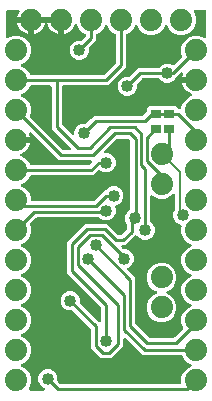
<source format=gbr>
G04 EAGLE Gerber RS-274X export*
G75*
%MOMM*%
%FSLAX34Y34*%
%LPD*%
%INBottom Copper*%
%IPPOS*%
%AMOC8*
5,1,8,0,0,1.08239X$1,22.5*%
G01*
%ADD10C,1.879600*%
%ADD11R,0.900000X0.700000*%
%ADD12C,1.016000*%
%ADD13C,0.254000*%
%ADD14C,0.203200*%

G36*
X35730Y4073D02*
X35730Y4073D01*
X35800Y4072D01*
X35888Y4093D01*
X35977Y4105D01*
X36042Y4130D01*
X36109Y4147D01*
X36189Y4189D01*
X36272Y4222D01*
X36329Y4263D01*
X36391Y4295D01*
X36457Y4356D01*
X36530Y4408D01*
X36574Y4462D01*
X36626Y4509D01*
X36675Y4584D01*
X36733Y4653D01*
X36762Y4717D01*
X36801Y4775D01*
X36830Y4860D01*
X36868Y4941D01*
X36881Y5010D01*
X36904Y5076D01*
X36911Y5165D01*
X36928Y5253D01*
X36923Y5323D01*
X36929Y5393D01*
X36914Y5481D01*
X36908Y5571D01*
X36887Y5637D01*
X36875Y5706D01*
X36838Y5788D01*
X36810Y5873D01*
X36773Y5932D01*
X36744Y5996D01*
X36688Y6066D01*
X36640Y6142D01*
X36589Y6190D01*
X36545Y6244D01*
X36474Y6298D01*
X36408Y6360D01*
X36347Y6394D01*
X36291Y6436D01*
X36147Y6507D01*
X34765Y7079D01*
X32479Y9365D01*
X31241Y12353D01*
X31241Y15587D01*
X32479Y18575D01*
X34765Y20861D01*
X37753Y22099D01*
X40987Y22099D01*
X43975Y20861D01*
X46261Y18575D01*
X47499Y15587D01*
X47499Y12475D01*
X47511Y12376D01*
X47514Y12277D01*
X47531Y12219D01*
X47539Y12159D01*
X47575Y12067D01*
X47603Y11972D01*
X47633Y11920D01*
X47656Y11863D01*
X47714Y11783D01*
X47764Y11698D01*
X47830Y11623D01*
X47842Y11606D01*
X47852Y11598D01*
X47870Y11577D01*
X49677Y9770D01*
X49755Y9710D01*
X49828Y9642D01*
X49881Y9613D01*
X49928Y9576D01*
X50019Y9536D01*
X50106Y9488D01*
X50165Y9473D01*
X50220Y9449D01*
X50318Y9434D01*
X50414Y9409D01*
X50514Y9403D01*
X50534Y9399D01*
X50547Y9401D01*
X50575Y9399D01*
X151384Y9399D01*
X151502Y9414D01*
X151621Y9421D01*
X151659Y9434D01*
X151700Y9439D01*
X151810Y9482D01*
X151923Y9519D01*
X151958Y9541D01*
X151995Y9556D01*
X152091Y9625D01*
X152192Y9689D01*
X152220Y9719D01*
X152253Y9742D01*
X152329Y9834D01*
X152410Y9921D01*
X152430Y9956D01*
X152455Y9987D01*
X152506Y10095D01*
X152564Y10199D01*
X152574Y10239D01*
X152591Y10275D01*
X152613Y10392D01*
X152643Y10507D01*
X152647Y10567D01*
X152651Y10587D01*
X152649Y10608D01*
X152653Y10668D01*
X152653Y15176D01*
X154548Y19750D01*
X158050Y23252D01*
X160405Y24227D01*
X160525Y24296D01*
X160648Y24361D01*
X160663Y24375D01*
X160681Y24385D01*
X160781Y24482D01*
X160884Y24575D01*
X160895Y24592D01*
X160909Y24606D01*
X160982Y24725D01*
X161058Y24841D01*
X161065Y24860D01*
X161076Y24877D01*
X161116Y25010D01*
X161162Y25142D01*
X161163Y25162D01*
X161169Y25181D01*
X161176Y25320D01*
X161187Y25459D01*
X161183Y25479D01*
X161184Y25499D01*
X161156Y25635D01*
X161132Y25772D01*
X161124Y25791D01*
X161120Y25810D01*
X161059Y25936D01*
X161002Y26062D01*
X160989Y26078D01*
X160980Y26096D01*
X160890Y26202D01*
X160803Y26310D01*
X160787Y26323D01*
X160774Y26338D01*
X160660Y26418D01*
X160549Y26502D01*
X160524Y26514D01*
X160514Y26521D01*
X160495Y26528D01*
X160405Y26573D01*
X158050Y27548D01*
X154548Y31050D01*
X153741Y32998D01*
X153727Y33023D01*
X153717Y33051D01*
X153648Y33161D01*
X153584Y33274D01*
X153563Y33295D01*
X153547Y33320D01*
X153453Y33409D01*
X153362Y33502D01*
X153337Y33518D01*
X153316Y33538D01*
X153202Y33601D01*
X153091Y33669D01*
X153063Y33677D01*
X153037Y33692D01*
X152911Y33724D01*
X152787Y33762D01*
X152758Y33764D01*
X152729Y33771D01*
X152569Y33781D01*
X120131Y33781D01*
X117230Y36683D01*
X105545Y48367D01*
X105436Y48452D01*
X105329Y48541D01*
X105310Y48549D01*
X105294Y48562D01*
X105166Y48617D01*
X105041Y48676D01*
X105021Y48680D01*
X105002Y48688D01*
X104864Y48710D01*
X104728Y48736D01*
X104708Y48735D01*
X104688Y48738D01*
X104549Y48725D01*
X104411Y48716D01*
X104392Y48710D01*
X104372Y48708D01*
X104240Y48661D01*
X104109Y48618D01*
X104091Y48608D01*
X104072Y48601D01*
X103957Y48523D01*
X103840Y48448D01*
X103826Y48433D01*
X103809Y48422D01*
X103717Y48318D01*
X103622Y48217D01*
X103612Y48199D01*
X103599Y48184D01*
X103535Y48060D01*
X103468Y47938D01*
X103463Y47918D01*
X103454Y47900D01*
X103424Y47765D01*
X103389Y47630D01*
X103387Y47602D01*
X103384Y47590D01*
X103385Y47570D01*
X103379Y47469D01*
X103379Y41391D01*
X93229Y31241D01*
X84571Y31241D01*
X75691Y40121D01*
X75691Y56105D01*
X75679Y56204D01*
X75676Y56303D01*
X75670Y56322D01*
X75669Y56341D01*
X75657Y56378D01*
X75651Y56421D01*
X75615Y56513D01*
X75587Y56608D01*
X75576Y56627D01*
X75571Y56643D01*
X75551Y56675D01*
X75534Y56717D01*
X75476Y56797D01*
X75426Y56882D01*
X75404Y56907D01*
X75401Y56912D01*
X75393Y56919D01*
X75360Y56957D01*
X75348Y56974D01*
X75338Y56982D01*
X75320Y57003D01*
X60813Y71510D01*
X60735Y71570D01*
X60662Y71638D01*
X60609Y71667D01*
X60562Y71704D01*
X60471Y71744D01*
X60384Y71792D01*
X60325Y71807D01*
X60270Y71831D01*
X60172Y71846D01*
X60076Y71871D01*
X59976Y71877D01*
X59956Y71881D01*
X59943Y71879D01*
X59915Y71881D01*
X56803Y71881D01*
X53815Y73119D01*
X51529Y75405D01*
X50291Y78393D01*
X50291Y81627D01*
X51529Y84615D01*
X53815Y86901D01*
X56803Y88139D01*
X60037Y88139D01*
X63025Y86901D01*
X65311Y84615D01*
X66549Y81627D01*
X66549Y78515D01*
X66561Y78416D01*
X66564Y78317D01*
X66581Y78259D01*
X66589Y78199D01*
X66625Y78107D01*
X66653Y78012D01*
X66683Y77960D01*
X66706Y77903D01*
X66764Y77823D01*
X66814Y77738D01*
X66880Y77663D01*
X66892Y77646D01*
X66902Y77638D01*
X66920Y77617D01*
X82415Y62123D01*
X82524Y62038D01*
X82631Y61949D01*
X82650Y61941D01*
X82666Y61928D01*
X82794Y61873D01*
X82919Y61814D01*
X82939Y61810D01*
X82958Y61802D01*
X83096Y61780D01*
X83232Y61754D01*
X83252Y61755D01*
X83272Y61752D01*
X83411Y61765D01*
X83549Y61774D01*
X83568Y61780D01*
X83588Y61782D01*
X83720Y61829D01*
X83851Y61872D01*
X83869Y61882D01*
X83888Y61889D01*
X84003Y61967D01*
X84120Y62042D01*
X84134Y62057D01*
X84151Y62068D01*
X84243Y62172D01*
X84338Y62273D01*
X84348Y62291D01*
X84361Y62306D01*
X84425Y62430D01*
X84492Y62552D01*
X84497Y62572D01*
X84506Y62590D01*
X84536Y62725D01*
X84571Y62860D01*
X84573Y62888D01*
X84576Y62900D01*
X84575Y62920D01*
X84581Y63021D01*
X84581Y73885D01*
X84569Y73984D01*
X84566Y74083D01*
X84559Y74105D01*
X84559Y74110D01*
X84549Y74141D01*
X84541Y74201D01*
X84505Y74293D01*
X84477Y74388D01*
X84447Y74440D01*
X84424Y74497D01*
X84366Y74577D01*
X84316Y74662D01*
X84250Y74737D01*
X84238Y74754D01*
X84228Y74762D01*
X84210Y74783D01*
X58273Y100720D01*
X55371Y103621D01*
X55371Y130059D01*
X70601Y145289D01*
X89419Y145289D01*
X98572Y136135D01*
X98650Y136075D01*
X98723Y136007D01*
X98776Y135978D01*
X98823Y135941D01*
X98914Y135901D01*
X99001Y135853D01*
X99060Y135838D01*
X99115Y135814D01*
X99213Y135799D01*
X99309Y135774D01*
X99409Y135768D01*
X99429Y135764D01*
X99442Y135766D01*
X99470Y135764D01*
X101190Y135764D01*
X101289Y135776D01*
X101388Y135779D01*
X101446Y135796D01*
X101506Y135804D01*
X101598Y135840D01*
X101693Y135868D01*
X101745Y135898D01*
X101802Y135921D01*
X101882Y135979D01*
X101967Y136029D01*
X102042Y136095D01*
X102059Y136107D01*
X102067Y136117D01*
X102088Y136135D01*
X105800Y139847D01*
X105860Y139925D01*
X105928Y139998D01*
X105957Y140051D01*
X105994Y140098D01*
X106034Y140189D01*
X106082Y140276D01*
X106097Y140335D01*
X106121Y140390D01*
X106136Y140488D01*
X106161Y140584D01*
X106167Y140684D01*
X106171Y140704D01*
X106169Y140717D01*
X106171Y140745D01*
X106171Y144925D01*
X106170Y144934D01*
X106171Y144943D01*
X106150Y145092D01*
X106131Y145240D01*
X106128Y145249D01*
X106127Y145258D01*
X106075Y145410D01*
X104901Y148243D01*
X104901Y151477D01*
X106139Y154465D01*
X108425Y156751D01*
X108690Y156861D01*
X108715Y156875D01*
X108743Y156884D01*
X108853Y156954D01*
X108966Y157018D01*
X108987Y157039D01*
X109012Y157055D01*
X109101Y157149D01*
X109194Y157240D01*
X109210Y157265D01*
X109230Y157286D01*
X109293Y157400D01*
X109361Y157511D01*
X109369Y157539D01*
X109384Y157565D01*
X109416Y157690D01*
X109454Y157815D01*
X109456Y157844D01*
X109463Y157873D01*
X109473Y158033D01*
X109473Y215109D01*
X109461Y215208D01*
X109458Y215307D01*
X109441Y215365D01*
X109433Y215425D01*
X109397Y215517D01*
X109369Y215612D01*
X109339Y215664D01*
X109316Y215721D01*
X109258Y215801D01*
X109208Y215886D01*
X109142Y215961D01*
X109130Y215978D01*
X109120Y215986D01*
X109102Y216007D01*
X108057Y217052D01*
X107979Y217112D01*
X107906Y217180D01*
X107853Y217209D01*
X107806Y217246D01*
X107715Y217286D01*
X107628Y217334D01*
X107569Y217349D01*
X107514Y217373D01*
X107416Y217388D01*
X107320Y217413D01*
X107220Y217419D01*
X107200Y217423D01*
X107187Y217421D01*
X107159Y217423D01*
X98327Y217423D01*
X98228Y217411D01*
X98129Y217408D01*
X98071Y217391D01*
X98011Y217383D01*
X97919Y217347D01*
X97824Y217319D01*
X97772Y217289D01*
X97715Y217266D01*
X97635Y217208D01*
X97550Y217158D01*
X97475Y217092D01*
X97458Y217080D01*
X97450Y217070D01*
X97429Y217052D01*
X87523Y207145D01*
X87438Y207036D01*
X87349Y206929D01*
X87341Y206910D01*
X87328Y206894D01*
X87273Y206766D01*
X87214Y206641D01*
X87210Y206621D01*
X87202Y206602D01*
X87180Y206464D01*
X87154Y206328D01*
X87155Y206308D01*
X87152Y206288D01*
X87165Y206149D01*
X87174Y206011D01*
X87180Y205992D01*
X87182Y205972D01*
X87229Y205840D01*
X87272Y205709D01*
X87282Y205691D01*
X87289Y205672D01*
X87367Y205557D01*
X87442Y205440D01*
X87457Y205426D01*
X87468Y205409D01*
X87572Y205317D01*
X87673Y205222D01*
X87691Y205212D01*
X87706Y205199D01*
X87830Y205135D01*
X87952Y205068D01*
X87972Y205063D01*
X87990Y205054D01*
X88125Y205024D01*
X88260Y204989D01*
X88288Y204987D01*
X88300Y204984D01*
X88320Y204985D01*
X88421Y204979D01*
X90517Y204979D01*
X93505Y203741D01*
X95791Y201455D01*
X97029Y198467D01*
X97029Y195233D01*
X95791Y192245D01*
X93505Y189959D01*
X90517Y188721D01*
X87283Y188721D01*
X84295Y189959D01*
X83928Y190326D01*
X83834Y190399D01*
X83745Y190478D01*
X83709Y190496D01*
X83677Y190521D01*
X83568Y190568D01*
X83462Y190622D01*
X83423Y190631D01*
X83385Y190647D01*
X83267Y190666D01*
X83152Y190692D01*
X83111Y190691D01*
X83071Y190697D01*
X82953Y190686D01*
X82834Y190682D01*
X82795Y190671D01*
X82755Y190667D01*
X82643Y190627D01*
X82528Y190594D01*
X82493Y190573D01*
X82455Y190560D01*
X82357Y190493D01*
X82254Y190432D01*
X82209Y190392D01*
X82192Y190381D01*
X82179Y190366D01*
X82133Y190326D01*
X77989Y186181D01*
X25231Y186181D01*
X25202Y186178D01*
X25173Y186180D01*
X25045Y186158D01*
X24916Y186141D01*
X24889Y186131D01*
X24859Y186126D01*
X24741Y186072D01*
X24620Y186024D01*
X24596Y186007D01*
X24569Y185995D01*
X24468Y185914D01*
X24363Y185838D01*
X24344Y185815D01*
X24321Y185796D01*
X24243Y185693D01*
X24160Y185593D01*
X24147Y185566D01*
X24130Y185542D01*
X24059Y185398D01*
X23252Y183450D01*
X19750Y179948D01*
X17395Y178973D01*
X17275Y178904D01*
X17152Y178839D01*
X17137Y178825D01*
X17119Y178815D01*
X17019Y178718D01*
X16916Y178625D01*
X16905Y178608D01*
X16891Y178594D01*
X16818Y178475D01*
X16742Y178359D01*
X16735Y178340D01*
X16724Y178323D01*
X16684Y178190D01*
X16638Y178058D01*
X16637Y178038D01*
X16631Y178019D01*
X16624Y177880D01*
X16613Y177741D01*
X16617Y177721D01*
X16616Y177701D01*
X16644Y177565D01*
X16668Y177428D01*
X16676Y177409D01*
X16680Y177390D01*
X16741Y177264D01*
X16798Y177138D01*
X16811Y177122D01*
X16820Y177104D01*
X16910Y176998D01*
X16997Y176890D01*
X17013Y176877D01*
X17026Y176862D01*
X17140Y176782D01*
X17251Y176698D01*
X17276Y176686D01*
X17286Y176679D01*
X17305Y176672D01*
X17395Y176627D01*
X19750Y175652D01*
X23252Y172150D01*
X25147Y167576D01*
X25147Y165608D01*
X25162Y165490D01*
X25169Y165371D01*
X25182Y165333D01*
X25187Y165292D01*
X25230Y165182D01*
X25267Y165069D01*
X25289Y165034D01*
X25304Y164997D01*
X25373Y164901D01*
X25437Y164800D01*
X25467Y164772D01*
X25490Y164739D01*
X25582Y164663D01*
X25669Y164582D01*
X25704Y164562D01*
X25735Y164537D01*
X25843Y164486D01*
X25947Y164428D01*
X25987Y164418D01*
X26023Y164401D01*
X26140Y164379D01*
X26255Y164349D01*
X26315Y164345D01*
X26335Y164341D01*
X26356Y164343D01*
X26416Y164339D01*
X77695Y164339D01*
X77794Y164351D01*
X77893Y164354D01*
X77951Y164371D01*
X78011Y164379D01*
X78103Y164415D01*
X78198Y164443D01*
X78250Y164473D01*
X78307Y164496D01*
X78387Y164554D01*
X78472Y164604D01*
X78547Y164670D01*
X78564Y164682D01*
X78572Y164692D01*
X78593Y164710D01*
X87111Y173229D01*
X87547Y173229D01*
X87645Y173241D01*
X87744Y173244D01*
X87803Y173261D01*
X87863Y173269D01*
X87955Y173305D01*
X88050Y173333D01*
X88102Y173363D01*
X88158Y173386D01*
X88238Y173444D01*
X88324Y173494D01*
X88399Y173560D01*
X88416Y173572D01*
X88424Y173582D01*
X88445Y173600D01*
X90645Y175801D01*
X93633Y177039D01*
X96867Y177039D01*
X99855Y175801D01*
X102141Y173515D01*
X103379Y170527D01*
X103379Y167293D01*
X102141Y164305D01*
X99855Y162019D01*
X97133Y160892D01*
X97030Y160833D01*
X96923Y160780D01*
X96892Y160754D01*
X96857Y160734D01*
X96771Y160651D01*
X96681Y160574D01*
X96658Y160541D01*
X96628Y160513D01*
X96566Y160411D01*
X96498Y160314D01*
X96483Y160276D01*
X96462Y160242D01*
X96427Y160128D01*
X96385Y160017D01*
X96380Y159976D01*
X96369Y159938D01*
X96363Y159819D01*
X96350Y159700D01*
X96355Y159660D01*
X96353Y159620D01*
X96378Y159503D01*
X96394Y159386D01*
X96414Y159329D01*
X96418Y159309D01*
X96427Y159290D01*
X96446Y159233D01*
X97029Y157827D01*
X97029Y154593D01*
X95791Y151605D01*
X93505Y149319D01*
X90517Y148081D01*
X87283Y148081D01*
X84295Y149319D01*
X83365Y150249D01*
X83287Y150310D01*
X83214Y150378D01*
X83161Y150407D01*
X83113Y150444D01*
X83023Y150484D01*
X82936Y150532D01*
X82877Y150547D01*
X82822Y150571D01*
X82724Y150586D01*
X82628Y150611D01*
X82528Y150617D01*
X82508Y150621D01*
X82495Y150619D01*
X82467Y150621D01*
X30255Y150621D01*
X30156Y150609D01*
X30057Y150606D01*
X29999Y150589D01*
X29939Y150581D01*
X29847Y150545D01*
X29752Y150517D01*
X29700Y150487D01*
X29643Y150464D01*
X29563Y150406D01*
X29478Y150356D01*
X29403Y150290D01*
X29386Y150278D01*
X29378Y150268D01*
X29357Y150250D01*
X24615Y145507D01*
X24597Y145484D01*
X24574Y145465D01*
X24499Y145359D01*
X24420Y145256D01*
X24408Y145229D01*
X24391Y145205D01*
X24345Y145083D01*
X24294Y144964D01*
X24289Y144935D01*
X24279Y144907D01*
X24264Y144778D01*
X24244Y144650D01*
X24247Y144621D01*
X24243Y144591D01*
X24261Y144463D01*
X24274Y144333D01*
X24284Y144306D01*
X24288Y144276D01*
X24340Y144124D01*
X25147Y142176D01*
X25147Y137224D01*
X23252Y132650D01*
X19750Y129148D01*
X17395Y128173D01*
X17275Y128104D01*
X17152Y128039D01*
X17137Y128025D01*
X17119Y128015D01*
X17019Y127918D01*
X16916Y127825D01*
X16905Y127808D01*
X16891Y127794D01*
X16818Y127675D01*
X16742Y127559D01*
X16735Y127540D01*
X16724Y127523D01*
X16684Y127390D01*
X16638Y127258D01*
X16637Y127238D01*
X16631Y127219D01*
X16624Y127080D01*
X16613Y126941D01*
X16617Y126921D01*
X16616Y126901D01*
X16644Y126765D01*
X16668Y126628D01*
X16676Y126609D01*
X16680Y126590D01*
X16741Y126464D01*
X16798Y126338D01*
X16811Y126322D01*
X16820Y126304D01*
X16910Y126198D01*
X16997Y126090D01*
X17013Y126077D01*
X17026Y126062D01*
X17140Y125982D01*
X17251Y125898D01*
X17276Y125886D01*
X17286Y125879D01*
X17305Y125872D01*
X17395Y125827D01*
X19750Y124852D01*
X23252Y121350D01*
X25147Y116776D01*
X25147Y111824D01*
X23252Y107250D01*
X19750Y103748D01*
X17395Y102773D01*
X17275Y102704D01*
X17152Y102639D01*
X17137Y102625D01*
X17119Y102615D01*
X17019Y102518D01*
X16916Y102425D01*
X16905Y102408D01*
X16891Y102394D01*
X16818Y102275D01*
X16742Y102159D01*
X16735Y102140D01*
X16724Y102123D01*
X16684Y101990D01*
X16638Y101858D01*
X16637Y101838D01*
X16631Y101819D01*
X16624Y101680D01*
X16613Y101541D01*
X16617Y101521D01*
X16616Y101501D01*
X16644Y101365D01*
X16668Y101228D01*
X16676Y101209D01*
X16680Y101190D01*
X16741Y101064D01*
X16798Y100938D01*
X16811Y100922D01*
X16820Y100904D01*
X16910Y100798D01*
X16997Y100690D01*
X17013Y100677D01*
X17026Y100662D01*
X17140Y100582D01*
X17251Y100498D01*
X17276Y100486D01*
X17286Y100479D01*
X17305Y100472D01*
X17395Y100427D01*
X19750Y99452D01*
X23252Y95950D01*
X25147Y91376D01*
X25147Y86424D01*
X23252Y81850D01*
X19750Y78348D01*
X17395Y77373D01*
X17275Y77304D01*
X17152Y77239D01*
X17137Y77225D01*
X17119Y77215D01*
X17019Y77118D01*
X16916Y77025D01*
X16905Y77008D01*
X16891Y76994D01*
X16818Y76875D01*
X16742Y76759D01*
X16735Y76740D01*
X16724Y76723D01*
X16684Y76590D01*
X16638Y76458D01*
X16637Y76438D01*
X16631Y76419D01*
X16624Y76280D01*
X16613Y76141D01*
X16617Y76121D01*
X16616Y76101D01*
X16644Y75965D01*
X16668Y75828D01*
X16676Y75809D01*
X16680Y75790D01*
X16741Y75664D01*
X16798Y75538D01*
X16811Y75522D01*
X16820Y75504D01*
X16910Y75398D01*
X16997Y75290D01*
X17013Y75277D01*
X17026Y75262D01*
X17140Y75182D01*
X17251Y75098D01*
X17276Y75086D01*
X17286Y75079D01*
X17305Y75072D01*
X17395Y75027D01*
X19750Y74052D01*
X23252Y70550D01*
X25147Y65976D01*
X25147Y61024D01*
X23252Y56450D01*
X19750Y52948D01*
X17395Y51973D01*
X17275Y51904D01*
X17152Y51839D01*
X17137Y51825D01*
X17119Y51815D01*
X17019Y51718D01*
X16916Y51625D01*
X16905Y51608D01*
X16891Y51594D01*
X16818Y51475D01*
X16742Y51359D01*
X16735Y51340D01*
X16724Y51323D01*
X16684Y51190D01*
X16638Y51058D01*
X16637Y51038D01*
X16631Y51019D01*
X16624Y50880D01*
X16613Y50741D01*
X16617Y50721D01*
X16616Y50701D01*
X16644Y50565D01*
X16668Y50428D01*
X16676Y50409D01*
X16680Y50390D01*
X16741Y50264D01*
X16798Y50138D01*
X16811Y50122D01*
X16820Y50104D01*
X16910Y49998D01*
X16997Y49890D01*
X17013Y49877D01*
X17026Y49862D01*
X17140Y49782D01*
X17251Y49698D01*
X17276Y49686D01*
X17286Y49679D01*
X17305Y49672D01*
X17395Y49627D01*
X19750Y48652D01*
X23252Y45150D01*
X25147Y40576D01*
X25147Y35624D01*
X23252Y31050D01*
X19750Y27548D01*
X17395Y26573D01*
X17275Y26504D01*
X17152Y26439D01*
X17137Y26425D01*
X17119Y26415D01*
X17019Y26318D01*
X16916Y26225D01*
X16905Y26208D01*
X16891Y26194D01*
X16818Y26075D01*
X16742Y25959D01*
X16735Y25940D01*
X16724Y25923D01*
X16684Y25790D01*
X16638Y25658D01*
X16637Y25638D01*
X16631Y25619D01*
X16624Y25480D01*
X16613Y25341D01*
X16617Y25321D01*
X16616Y25301D01*
X16644Y25165D01*
X16668Y25028D01*
X16676Y25009D01*
X16680Y24990D01*
X16741Y24864D01*
X16798Y24738D01*
X16811Y24722D01*
X16820Y24704D01*
X16910Y24598D01*
X16997Y24490D01*
X17013Y24477D01*
X17026Y24462D01*
X17140Y24382D01*
X17251Y24298D01*
X17276Y24286D01*
X17286Y24279D01*
X17305Y24272D01*
X17395Y24227D01*
X19750Y23252D01*
X23252Y19750D01*
X25147Y15176D01*
X25147Y10224D01*
X23322Y5820D01*
X23309Y5772D01*
X23288Y5727D01*
X23267Y5619D01*
X23238Y5513D01*
X23238Y5463D01*
X23228Y5414D01*
X23235Y5305D01*
X23233Y5195D01*
X23245Y5147D01*
X23248Y5097D01*
X23282Y4993D01*
X23307Y4886D01*
X23331Y4842D01*
X23346Y4795D01*
X23405Y4702D01*
X23456Y4605D01*
X23490Y4568D01*
X23516Y4526D01*
X23596Y4451D01*
X23670Y4369D01*
X23712Y4342D01*
X23748Y4308D01*
X23844Y4255D01*
X23936Y4195D01*
X23983Y4178D01*
X24026Y4154D01*
X24133Y4127D01*
X24237Y4091D01*
X24286Y4087D01*
X24334Y4075D01*
X24495Y4065D01*
X35661Y4065D01*
X35730Y4073D01*
G37*
G36*
X60551Y220515D02*
X60551Y220515D01*
X60689Y220524D01*
X60708Y220530D01*
X60728Y220532D01*
X60860Y220579D01*
X60991Y220622D01*
X61009Y220632D01*
X61028Y220639D01*
X61143Y220717D01*
X61260Y220792D01*
X61274Y220807D01*
X61291Y220818D01*
X61383Y220922D01*
X61478Y221023D01*
X61488Y221041D01*
X61501Y221056D01*
X61565Y221180D01*
X61632Y221302D01*
X61637Y221322D01*
X61646Y221340D01*
X61676Y221475D01*
X61711Y221610D01*
X61713Y221638D01*
X61716Y221650D01*
X61715Y221670D01*
X61721Y221771D01*
X61721Y223359D01*
X62959Y226347D01*
X65245Y228633D01*
X68233Y229871D01*
X71345Y229871D01*
X71444Y229883D01*
X71543Y229886D01*
X71601Y229903D01*
X71661Y229911D01*
X71753Y229947D01*
X71848Y229975D01*
X71900Y230005D01*
X71957Y230028D01*
X72037Y230086D01*
X72122Y230136D01*
X72197Y230202D01*
X72214Y230214D01*
X72222Y230224D01*
X72243Y230242D01*
X75828Y233827D01*
X78729Y236729D01*
X119605Y236729D01*
X119704Y236741D01*
X119803Y236744D01*
X119861Y236761D01*
X119921Y236769D01*
X120013Y236805D01*
X120108Y236833D01*
X120160Y236863D01*
X120217Y236886D01*
X120297Y236944D01*
X120382Y236994D01*
X120457Y237060D01*
X120474Y237072D01*
X120482Y237082D01*
X120503Y237100D01*
X123144Y239741D01*
X123204Y239819D01*
X123272Y239891D01*
X123301Y239944D01*
X123338Y239992D01*
X123378Y240083D01*
X123426Y240170D01*
X123441Y240229D01*
X123465Y240284D01*
X123480Y240382D01*
X123505Y240478D01*
X123511Y240578D01*
X123515Y240598D01*
X123513Y240611D01*
X123515Y240639D01*
X123515Y242911D01*
X125301Y244697D01*
X148257Y244697D01*
X150265Y242688D01*
X150343Y242628D01*
X150415Y242560D01*
X150468Y242531D01*
X150516Y242494D01*
X150607Y242454D01*
X150694Y242406D01*
X150752Y242391D01*
X150808Y242367D01*
X150906Y242352D01*
X151002Y242327D01*
X151102Y242321D01*
X151122Y242317D01*
X151135Y242319D01*
X151163Y242317D01*
X151384Y242317D01*
X151502Y242332D01*
X151621Y242339D01*
X151659Y242352D01*
X151700Y242357D01*
X151810Y242400D01*
X151923Y242437D01*
X151958Y242459D01*
X151995Y242474D01*
X152091Y242543D01*
X152192Y242607D01*
X152220Y242637D01*
X152253Y242660D01*
X152329Y242752D01*
X152410Y242839D01*
X152430Y242874D01*
X152455Y242905D01*
X152506Y243013D01*
X152564Y243117D01*
X152574Y243157D01*
X152591Y243193D01*
X152613Y243310D01*
X152643Y243425D01*
X152647Y243485D01*
X152651Y243505D01*
X152649Y243526D01*
X152653Y243586D01*
X152653Y243776D01*
X154548Y248350D01*
X158050Y251852D01*
X161075Y253105D01*
X161101Y253120D01*
X161130Y253129D01*
X161239Y253199D01*
X161352Y253263D01*
X161373Y253284D01*
X161398Y253300D01*
X161487Y253394D01*
X161580Y253484D01*
X161596Y253510D01*
X161616Y253531D01*
X161679Y253645D01*
X161746Y253755D01*
X161755Y253784D01*
X161769Y253810D01*
X161802Y253935D01*
X161840Y254059D01*
X161841Y254089D01*
X161849Y254118D01*
X161849Y254248D01*
X161855Y254377D01*
X161849Y254406D01*
X161849Y254436D01*
X161817Y254561D01*
X161791Y254688D01*
X161778Y254715D01*
X161770Y254744D01*
X161708Y254857D01*
X161651Y254974D01*
X161632Y254997D01*
X161617Y255023D01*
X161529Y255117D01*
X161445Y255216D01*
X161420Y255233D01*
X161400Y255255D01*
X161291Y255324D01*
X161185Y255399D01*
X161157Y255410D01*
X161131Y255426D01*
X160982Y255485D01*
X160517Y255636D01*
X158843Y256489D01*
X157322Y257594D01*
X155994Y258922D01*
X154889Y260443D01*
X154036Y262117D01*
X153455Y263904D01*
X153415Y264161D01*
X163830Y264161D01*
X163948Y264176D01*
X164067Y264183D01*
X164105Y264196D01*
X164145Y264201D01*
X164256Y264244D01*
X164369Y264281D01*
X164403Y264303D01*
X164441Y264318D01*
X164537Y264388D01*
X164638Y264451D01*
X164666Y264481D01*
X164698Y264504D01*
X164774Y264596D01*
X164856Y264683D01*
X164875Y264718D01*
X164901Y264749D01*
X164952Y264857D01*
X165009Y264961D01*
X165020Y265001D01*
X165037Y265037D01*
X165059Y265154D01*
X165089Y265269D01*
X165093Y265330D01*
X165097Y265350D01*
X165095Y265370D01*
X165099Y265430D01*
X165099Y267970D01*
X165084Y268088D01*
X165077Y268207D01*
X165064Y268245D01*
X165059Y268285D01*
X165015Y268396D01*
X164979Y268509D01*
X164957Y268544D01*
X164942Y268581D01*
X164872Y268677D01*
X164809Y268778D01*
X164779Y268806D01*
X164755Y268839D01*
X164664Y268914D01*
X164577Y268996D01*
X164542Y269016D01*
X164510Y269041D01*
X164403Y269092D01*
X164298Y269150D01*
X164259Y269160D01*
X164223Y269177D01*
X164106Y269199D01*
X163991Y269229D01*
X163930Y269233D01*
X163910Y269237D01*
X163890Y269235D01*
X163830Y269239D01*
X153415Y269239D01*
X153455Y269496D01*
X154036Y271283D01*
X154185Y271575D01*
X154225Y271687D01*
X154273Y271797D01*
X154279Y271837D01*
X154293Y271874D01*
X154304Y271993D01*
X154323Y272111D01*
X154319Y272151D01*
X154323Y272191D01*
X154304Y272309D01*
X154293Y272428D01*
X154279Y272465D01*
X154273Y272505D01*
X154226Y272614D01*
X154185Y272727D01*
X154163Y272760D01*
X154147Y272797D01*
X154074Y272891D01*
X154007Y272990D01*
X153976Y273017D01*
X153952Y273048D01*
X153858Y273121D01*
X153768Y273201D01*
X153732Y273219D01*
X153701Y273243D01*
X153591Y273291D01*
X153485Y273345D01*
X153446Y273354D01*
X153409Y273370D01*
X153291Y273389D01*
X153175Y273415D01*
X153135Y273414D01*
X153095Y273420D01*
X152976Y273409D01*
X152857Y273405D01*
X152818Y273394D01*
X152778Y273390D01*
X152666Y273350D01*
X152551Y273317D01*
X152517Y273296D01*
X152479Y273283D01*
X152380Y273216D01*
X152277Y273155D01*
X152233Y273116D01*
X152216Y273104D01*
X152202Y273089D01*
X152156Y273049D01*
X147570Y268462D01*
X147564Y268455D01*
X147557Y268449D01*
X147467Y268329D01*
X147383Y268221D01*
X145067Y265905D01*
X142079Y264667D01*
X138845Y264667D01*
X135857Y265905D01*
X133657Y268106D01*
X133578Y268166D01*
X133506Y268234D01*
X133453Y268263D01*
X133405Y268300D01*
X133314Y268340D01*
X133228Y268388D01*
X133169Y268403D01*
X133114Y268427D01*
X133016Y268442D01*
X132920Y268467D01*
X132820Y268473D01*
X132799Y268477D01*
X132787Y268475D01*
X132759Y268477D01*
X120171Y268477D01*
X120072Y268465D01*
X119973Y268462D01*
X119915Y268445D01*
X119855Y268437D01*
X119763Y268401D01*
X119668Y268373D01*
X119616Y268343D01*
X119559Y268320D01*
X119479Y268262D01*
X119394Y268212D01*
X119319Y268146D01*
X119302Y268134D01*
X119294Y268124D01*
X119273Y268106D01*
X115180Y264013D01*
X115120Y263935D01*
X115052Y263863D01*
X115023Y263810D01*
X114986Y263762D01*
X114946Y263671D01*
X114898Y263584D01*
X114883Y263525D01*
X114859Y263470D01*
X114844Y263372D01*
X114819Y263276D01*
X114813Y263176D01*
X114809Y263156D01*
X114811Y263143D01*
X114809Y263115D01*
X114809Y260003D01*
X113571Y257015D01*
X111285Y254729D01*
X108297Y253491D01*
X105063Y253491D01*
X102075Y254729D01*
X99789Y257015D01*
X98551Y260003D01*
X98551Y263237D01*
X99789Y266225D01*
X102075Y268511D01*
X105063Y269749D01*
X108175Y269749D01*
X108274Y269761D01*
X108373Y269764D01*
X108431Y269781D01*
X108491Y269789D01*
X108583Y269825D01*
X108678Y269853D01*
X108730Y269883D01*
X108787Y269906D01*
X108867Y269964D01*
X108952Y270014D01*
X109027Y270080D01*
X109044Y270092D01*
X109052Y270102D01*
X109073Y270120D01*
X113166Y274213D01*
X116067Y277115D01*
X132759Y277115D01*
X132857Y277127D01*
X132956Y277130D01*
X133015Y277147D01*
X133075Y277155D01*
X133167Y277191D01*
X133262Y277219D01*
X133314Y277249D01*
X133370Y277272D01*
X133450Y277330D01*
X133536Y277380D01*
X133611Y277446D01*
X133628Y277458D01*
X133636Y277468D01*
X133657Y277486D01*
X135857Y279687D01*
X138845Y280925D01*
X142079Y280925D01*
X145154Y279651D01*
X145176Y279634D01*
X145286Y279586D01*
X145392Y279532D01*
X145431Y279523D01*
X145468Y279507D01*
X145586Y279488D01*
X145702Y279462D01*
X145743Y279463D01*
X145782Y279457D01*
X145901Y279468D01*
X146020Y279472D01*
X146059Y279483D01*
X146099Y279487D01*
X146211Y279527D01*
X146326Y279560D01*
X146360Y279581D01*
X146398Y279594D01*
X146497Y279661D01*
X146600Y279722D01*
X146645Y279761D01*
X146661Y279773D01*
X146675Y279788D01*
X146721Y279828D01*
X153185Y286293D01*
X153203Y286316D01*
X153226Y286335D01*
X153300Y286441D01*
X153380Y286544D01*
X153392Y286571D01*
X153409Y286595D01*
X153455Y286717D01*
X153506Y286836D01*
X153511Y286865D01*
X153522Y286893D01*
X153536Y287022D01*
X153556Y287150D01*
X153553Y287179D01*
X153557Y287209D01*
X153539Y287337D01*
X153526Y287467D01*
X153516Y287494D01*
X153512Y287524D01*
X153460Y287676D01*
X152653Y289624D01*
X152653Y294576D01*
X154548Y299150D01*
X158050Y302652D01*
X162624Y304547D01*
X167576Y304547D01*
X171980Y302722D01*
X172028Y302709D01*
X172073Y302688D01*
X172181Y302667D01*
X172287Y302638D01*
X172337Y302638D01*
X172386Y302628D01*
X172495Y302635D01*
X172605Y302633D01*
X172653Y302645D01*
X172703Y302648D01*
X172807Y302682D01*
X172914Y302707D01*
X172958Y302731D01*
X173005Y302746D01*
X173098Y302805D01*
X173195Y302856D01*
X173232Y302890D01*
X173274Y302916D01*
X173349Y302996D01*
X173431Y303070D01*
X173458Y303112D01*
X173492Y303148D01*
X173545Y303244D01*
X173605Y303336D01*
X173622Y303383D01*
X173646Y303426D01*
X173673Y303533D01*
X173709Y303637D01*
X173713Y303686D01*
X173725Y303734D01*
X173735Y303895D01*
X173735Y324866D01*
X173720Y324984D01*
X173713Y325103D01*
X173700Y325141D01*
X173695Y325182D01*
X173652Y325292D01*
X173615Y325405D01*
X173593Y325440D01*
X173578Y325477D01*
X173509Y325573D01*
X173445Y325674D01*
X173415Y325702D01*
X173392Y325735D01*
X173300Y325811D01*
X173213Y325892D01*
X173178Y325912D01*
X173147Y325937D01*
X173039Y325988D01*
X172935Y326046D01*
X172895Y326056D01*
X172859Y326073D01*
X172742Y326095D01*
X172627Y326125D01*
X172567Y326129D01*
X172547Y326133D01*
X172526Y326131D01*
X172466Y326135D01*
X164195Y326135D01*
X164146Y326129D01*
X164096Y326131D01*
X163989Y326109D01*
X163879Y326095D01*
X163833Y326077D01*
X163785Y326067D01*
X163686Y326019D01*
X163584Y325978D01*
X163544Y325949D01*
X163499Y325927D01*
X163415Y325856D01*
X163326Y325792D01*
X163295Y325753D01*
X163257Y325721D01*
X163194Y325631D01*
X163124Y325547D01*
X163102Y325502D01*
X163074Y325461D01*
X163035Y325358D01*
X162988Y325259D01*
X162979Y325210D01*
X162961Y325164D01*
X162949Y325054D01*
X162928Y324947D01*
X162931Y324897D01*
X162926Y324848D01*
X162941Y324739D01*
X162948Y324629D01*
X162963Y324582D01*
X162970Y324533D01*
X163022Y324380D01*
X164847Y319976D01*
X164847Y315024D01*
X162952Y310450D01*
X159450Y306948D01*
X154876Y305053D01*
X149924Y305053D01*
X145350Y306948D01*
X141848Y310449D01*
X140873Y312805D01*
X140804Y312926D01*
X140739Y313048D01*
X140725Y313063D01*
X140715Y313081D01*
X140618Y313181D01*
X140525Y313284D01*
X140508Y313295D01*
X140494Y313309D01*
X140376Y313382D01*
X140259Y313458D01*
X140240Y313465D01*
X140223Y313476D01*
X140090Y313516D01*
X139958Y313562D01*
X139938Y313563D01*
X139919Y313569D01*
X139780Y313576D01*
X139641Y313587D01*
X139621Y313583D01*
X139601Y313584D01*
X139465Y313556D01*
X139328Y313532D01*
X139309Y313524D01*
X139290Y313520D01*
X139165Y313459D01*
X139038Y313402D01*
X139022Y313389D01*
X139004Y313380D01*
X138898Y313290D01*
X138790Y313203D01*
X138777Y313187D01*
X138762Y313174D01*
X138682Y313060D01*
X138598Y312949D01*
X138586Y312924D01*
X138579Y312914D01*
X138572Y312895D01*
X138527Y312805D01*
X137552Y310450D01*
X134050Y306948D01*
X129476Y305053D01*
X124524Y305053D01*
X119950Y306948D01*
X116448Y310449D01*
X115473Y312805D01*
X115404Y312926D01*
X115339Y313048D01*
X115325Y313063D01*
X115315Y313081D01*
X115218Y313181D01*
X115125Y313284D01*
X115108Y313295D01*
X115094Y313309D01*
X114976Y313382D01*
X114859Y313458D01*
X114840Y313465D01*
X114823Y313476D01*
X114690Y313516D01*
X114558Y313562D01*
X114538Y313563D01*
X114519Y313569D01*
X114380Y313576D01*
X114241Y313587D01*
X114221Y313583D01*
X114201Y313584D01*
X114065Y313556D01*
X113928Y313532D01*
X113909Y313524D01*
X113890Y313520D01*
X113765Y313459D01*
X113638Y313402D01*
X113622Y313389D01*
X113604Y313380D01*
X113498Y313290D01*
X113390Y313203D01*
X113377Y313187D01*
X113362Y313174D01*
X113282Y313060D01*
X113198Y312949D01*
X113186Y312924D01*
X113179Y312914D01*
X113172Y312895D01*
X113127Y312805D01*
X112152Y310450D01*
X108650Y306948D01*
X106702Y306141D01*
X106677Y306127D01*
X106649Y306117D01*
X106539Y306048D01*
X106426Y305984D01*
X106405Y305963D01*
X106380Y305947D01*
X106291Y305853D01*
X106198Y305762D01*
X106182Y305737D01*
X106162Y305716D01*
X106099Y305602D01*
X106031Y305491D01*
X106023Y305463D01*
X106008Y305437D01*
X105976Y305311D01*
X105938Y305187D01*
X105936Y305158D01*
X105929Y305129D01*
X105919Y304969D01*
X105919Y277611D01*
X90689Y262381D01*
X52578Y262381D01*
X52460Y262366D01*
X52341Y262359D01*
X52303Y262346D01*
X52262Y262341D01*
X52152Y262298D01*
X52039Y262261D01*
X52004Y262239D01*
X51967Y262224D01*
X51871Y262155D01*
X51770Y262091D01*
X51742Y262061D01*
X51709Y262038D01*
X51633Y261946D01*
X51552Y261859D01*
X51532Y261824D01*
X51507Y261793D01*
X51456Y261685D01*
X51398Y261581D01*
X51388Y261541D01*
X51371Y261505D01*
X51349Y261388D01*
X51319Y261273D01*
X51315Y261213D01*
X51311Y261193D01*
X51313Y261172D01*
X51309Y261112D01*
X51309Y229645D01*
X51321Y229546D01*
X51324Y229447D01*
X51341Y229389D01*
X51349Y229329D01*
X51385Y229237D01*
X51413Y229142D01*
X51443Y229090D01*
X51466Y229033D01*
X51524Y228953D01*
X51574Y228868D01*
X51640Y228793D01*
X51652Y228776D01*
X51662Y228768D01*
X51680Y228747D01*
X59555Y220873D01*
X59664Y220788D01*
X59771Y220699D01*
X59790Y220691D01*
X59806Y220678D01*
X59934Y220623D01*
X60059Y220564D01*
X60079Y220560D01*
X60098Y220552D01*
X60236Y220530D01*
X60372Y220504D01*
X60392Y220505D01*
X60412Y220502D01*
X60551Y220515D01*
G37*
G36*
X146120Y48781D02*
X146120Y48781D01*
X146219Y48784D01*
X146277Y48801D01*
X146337Y48809D01*
X146429Y48845D01*
X146524Y48873D01*
X146576Y48903D01*
X146633Y48926D01*
X146713Y48984D01*
X146798Y49034D01*
X146873Y49100D01*
X146890Y49112D01*
X146898Y49122D01*
X146919Y49140D01*
X153855Y56076D01*
X153873Y56100D01*
X153895Y56119D01*
X153970Y56225D01*
X154050Y56328D01*
X154061Y56355D01*
X154078Y56379D01*
X154124Y56500D01*
X154176Y56619D01*
X154181Y56649D01*
X154191Y56676D01*
X154205Y56805D01*
X154226Y56934D01*
X154223Y56963D01*
X154226Y56992D01*
X154208Y57121D01*
X154196Y57250D01*
X154186Y57278D01*
X154182Y57307D01*
X154130Y57460D01*
X152653Y61024D01*
X152653Y65976D01*
X154548Y70550D01*
X158050Y74052D01*
X160405Y75027D01*
X160525Y75096D01*
X160648Y75161D01*
X160663Y75175D01*
X160681Y75185D01*
X160781Y75282D01*
X160884Y75375D01*
X160895Y75392D01*
X160909Y75406D01*
X160982Y75525D01*
X161058Y75641D01*
X161065Y75660D01*
X161076Y75677D01*
X161116Y75810D01*
X161162Y75942D01*
X161163Y75962D01*
X161169Y75981D01*
X161176Y76120D01*
X161187Y76259D01*
X161183Y76279D01*
X161184Y76299D01*
X161156Y76435D01*
X161132Y76572D01*
X161124Y76591D01*
X161120Y76610D01*
X161059Y76736D01*
X161002Y76862D01*
X160989Y76878D01*
X160980Y76896D01*
X160890Y77002D01*
X160803Y77110D01*
X160787Y77123D01*
X160774Y77138D01*
X160660Y77218D01*
X160549Y77302D01*
X160524Y77314D01*
X160514Y77321D01*
X160495Y77328D01*
X160405Y77373D01*
X158050Y78348D01*
X154548Y81850D01*
X152653Y86424D01*
X152653Y91376D01*
X154548Y95950D01*
X158050Y99452D01*
X160405Y100427D01*
X160525Y100496D01*
X160648Y100561D01*
X160663Y100575D01*
X160681Y100585D01*
X160781Y100682D01*
X160884Y100775D01*
X160895Y100792D01*
X160909Y100806D01*
X160982Y100925D01*
X161058Y101041D01*
X161065Y101060D01*
X161076Y101077D01*
X161116Y101210D01*
X161162Y101342D01*
X161163Y101362D01*
X161169Y101381D01*
X161176Y101520D01*
X161187Y101659D01*
X161183Y101679D01*
X161184Y101699D01*
X161156Y101835D01*
X161132Y101972D01*
X161124Y101991D01*
X161120Y102010D01*
X161059Y102136D01*
X161002Y102262D01*
X160989Y102278D01*
X160980Y102296D01*
X160890Y102402D01*
X160803Y102510D01*
X160787Y102523D01*
X160774Y102538D01*
X160660Y102618D01*
X160549Y102702D01*
X160524Y102714D01*
X160514Y102721D01*
X160495Y102728D01*
X160405Y102773D01*
X158050Y103748D01*
X154548Y107250D01*
X152653Y111824D01*
X152653Y116776D01*
X154548Y121350D01*
X158050Y124852D01*
X160405Y125827D01*
X160525Y125896D01*
X160648Y125961D01*
X160663Y125975D01*
X160681Y125985D01*
X160781Y126082D01*
X160884Y126175D01*
X160895Y126192D01*
X160909Y126206D01*
X160982Y126325D01*
X161058Y126441D01*
X161065Y126460D01*
X161076Y126477D01*
X161116Y126610D01*
X161162Y126742D01*
X161163Y126762D01*
X161169Y126781D01*
X161176Y126920D01*
X161187Y127059D01*
X161183Y127079D01*
X161184Y127099D01*
X161156Y127235D01*
X161132Y127372D01*
X161124Y127391D01*
X161120Y127410D01*
X161059Y127536D01*
X161002Y127662D01*
X160989Y127678D01*
X160980Y127696D01*
X160890Y127802D01*
X160803Y127910D01*
X160787Y127923D01*
X160774Y127938D01*
X160660Y128018D01*
X160549Y128102D01*
X160524Y128114D01*
X160514Y128121D01*
X160495Y128128D01*
X160405Y128173D01*
X158050Y129148D01*
X154548Y132650D01*
X152653Y137224D01*
X152653Y142176D01*
X152821Y142580D01*
X152852Y142694D01*
X152891Y142807D01*
X152894Y142847D01*
X152904Y142886D01*
X152906Y143005D01*
X152916Y143124D01*
X152909Y143164D01*
X152910Y143204D01*
X152882Y143320D01*
X152861Y143437D01*
X152845Y143474D01*
X152835Y143514D01*
X152780Y143619D01*
X152731Y143727D01*
X152706Y143759D01*
X152687Y143795D01*
X152607Y143883D01*
X152532Y143976D01*
X152500Y144000D01*
X152473Y144030D01*
X152373Y144095D01*
X152278Y144167D01*
X152224Y144194D01*
X152207Y144205D01*
X152188Y144211D01*
X152134Y144238D01*
X149065Y145509D01*
X146779Y147795D01*
X145541Y150783D01*
X145541Y154017D01*
X146793Y157039D01*
X146822Y157070D01*
X146851Y157123D01*
X146888Y157171D01*
X146928Y157262D01*
X146976Y157348D01*
X146991Y157407D01*
X147015Y157462D01*
X147030Y157560D01*
X147055Y157656D01*
X147061Y157756D01*
X147065Y157777D01*
X147063Y157789D01*
X147065Y157817D01*
X147065Y169579D01*
X147048Y169716D01*
X147035Y169855D01*
X147028Y169874D01*
X147025Y169894D01*
X146974Y170023D01*
X146927Y170154D01*
X146916Y170171D01*
X146908Y170190D01*
X146827Y170302D01*
X146749Y170417D01*
X146733Y170431D01*
X146722Y170447D01*
X146614Y170536D01*
X146510Y170628D01*
X146492Y170637D01*
X146477Y170650D01*
X146351Y170709D01*
X146227Y170773D01*
X146207Y170777D01*
X146189Y170786D01*
X146053Y170812D01*
X145917Y170842D01*
X145896Y170842D01*
X145877Y170845D01*
X145738Y170837D01*
X145599Y170833D01*
X145579Y170827D01*
X145559Y170826D01*
X145427Y170783D01*
X145293Y170744D01*
X145276Y170734D01*
X145257Y170728D01*
X145139Y170653D01*
X145019Y170583D01*
X144998Y170564D01*
X144988Y170557D01*
X144974Y170542D01*
X144899Y170476D01*
X142940Y168518D01*
X138366Y166623D01*
X133414Y166623D01*
X128840Y168518D01*
X128406Y168952D01*
X128296Y169037D01*
X128189Y169126D01*
X128170Y169135D01*
X128154Y169147D01*
X128026Y169203D01*
X127901Y169262D01*
X127881Y169265D01*
X127862Y169273D01*
X127724Y169295D01*
X127588Y169321D01*
X127568Y169320D01*
X127548Y169323D01*
X127409Y169310D01*
X127271Y169302D01*
X127252Y169295D01*
X127232Y169294D01*
X127101Y169246D01*
X126969Y169204D01*
X126951Y169193D01*
X126932Y169186D01*
X126818Y169108D01*
X126700Y169033D01*
X126686Y169019D01*
X126669Y169007D01*
X126577Y168903D01*
X126482Y168802D01*
X126472Y168784D01*
X126459Y168769D01*
X126396Y168645D01*
X126328Y168523D01*
X126323Y168504D01*
X126314Y168486D01*
X126284Y168350D01*
X126249Y168215D01*
X126247Y168187D01*
X126244Y168175D01*
X126245Y168155D01*
X126239Y168055D01*
X126239Y147403D01*
X126251Y147305D01*
X126254Y147206D01*
X126271Y147147D01*
X126279Y147087D01*
X126315Y146995D01*
X126343Y146900D01*
X126373Y146848D01*
X126396Y146792D01*
X126454Y146712D01*
X126504Y146626D01*
X126570Y146551D01*
X126582Y146534D01*
X126592Y146526D01*
X126610Y146505D01*
X128811Y144305D01*
X130049Y141317D01*
X130049Y138083D01*
X128811Y135095D01*
X126525Y132809D01*
X123537Y131571D01*
X120303Y131571D01*
X117315Y132809D01*
X115043Y135081D01*
X114949Y135154D01*
X114860Y135233D01*
X114824Y135251D01*
X114792Y135276D01*
X114683Y135323D01*
X114577Y135377D01*
X114537Y135386D01*
X114500Y135402D01*
X114382Y135421D01*
X114267Y135447D01*
X114226Y135446D01*
X114186Y135452D01*
X114068Y135441D01*
X113949Y135437D01*
X113910Y135426D01*
X113870Y135422D01*
X113758Y135382D01*
X113643Y135349D01*
X113608Y135328D01*
X113570Y135315D01*
X113472Y135248D01*
X113369Y135187D01*
X113324Y135147D01*
X113307Y135136D01*
X113294Y135121D01*
X113248Y135081D01*
X111907Y133740D01*
X105294Y127126D01*
X103026Y127126D01*
X102888Y127109D01*
X102749Y127096D01*
X102730Y127089D01*
X102710Y127086D01*
X102581Y127035D01*
X102450Y126988D01*
X102433Y126977D01*
X102414Y126969D01*
X102302Y126888D01*
X102187Y126810D01*
X102173Y126794D01*
X102157Y126783D01*
X102068Y126675D01*
X101976Y126571D01*
X101967Y126553D01*
X101954Y126538D01*
X101895Y126412D01*
X101832Y126288D01*
X101827Y126268D01*
X101819Y126250D01*
X101793Y126114D01*
X101762Y125978D01*
X101763Y125957D01*
X101759Y125938D01*
X101768Y125799D01*
X101772Y125660D01*
X101777Y125640D01*
X101779Y125620D01*
X101821Y125488D01*
X101860Y125354D01*
X101870Y125337D01*
X101877Y125318D01*
X101951Y125200D01*
X102022Y125080D01*
X102040Y125059D01*
X102047Y125049D01*
X102062Y125035D01*
X102128Y124960D01*
X103017Y124070D01*
X103095Y124010D01*
X103167Y123942D01*
X103220Y123913D01*
X103268Y123876D01*
X103359Y123836D01*
X103446Y123788D01*
X103505Y123773D01*
X103560Y123749D01*
X103658Y123734D01*
X103754Y123709D01*
X103854Y123703D01*
X103874Y123699D01*
X103887Y123701D01*
X103915Y123699D01*
X105757Y123699D01*
X108745Y122461D01*
X111031Y120175D01*
X112269Y117187D01*
X112269Y113953D01*
X111031Y110965D01*
X108745Y108679D01*
X107455Y108145D01*
X107412Y108120D01*
X107365Y108103D01*
X107274Y108041D01*
X107179Y107987D01*
X107143Y107952D01*
X107102Y107925D01*
X107029Y107842D01*
X106950Y107766D01*
X106924Y107723D01*
X106891Y107686D01*
X106841Y107588D01*
X106784Y107495D01*
X106769Y107447D01*
X106747Y107403D01*
X106723Y107296D01*
X106690Y107191D01*
X106688Y107141D01*
X106677Y107093D01*
X106680Y106983D01*
X106675Y106873D01*
X106685Y106824D01*
X106687Y106775D01*
X106717Y106669D01*
X106740Y106562D01*
X106761Y106517D01*
X106775Y106469D01*
X106831Y106375D01*
X106879Y106276D01*
X106912Y106238D01*
X106937Y106195D01*
X107043Y106074D01*
X110637Y102480D01*
X113539Y99579D01*
X113539Y61243D01*
X113551Y61144D01*
X113554Y61045D01*
X113571Y60987D01*
X113579Y60927D01*
X113615Y60835D01*
X113643Y60740D01*
X113673Y60688D01*
X113696Y60631D01*
X113754Y60551D01*
X113804Y60466D01*
X113870Y60391D01*
X113882Y60374D01*
X113892Y60366D01*
X113910Y60345D01*
X125115Y49140D01*
X125193Y49080D01*
X125266Y49012D01*
X125319Y48983D01*
X125366Y48946D01*
X125457Y48906D01*
X125544Y48858D01*
X125603Y48843D01*
X125658Y48819D01*
X125756Y48804D01*
X125852Y48779D01*
X125952Y48773D01*
X125972Y48769D01*
X125985Y48771D01*
X126013Y48769D01*
X146021Y48769D01*
X146120Y48781D01*
G37*
G36*
X86684Y271031D02*
X86684Y271031D01*
X86783Y271034D01*
X86841Y271051D01*
X86901Y271059D01*
X86993Y271095D01*
X87088Y271123D01*
X87140Y271153D01*
X87197Y271176D01*
X87277Y271234D01*
X87362Y271284D01*
X87437Y271350D01*
X87454Y271362D01*
X87462Y271372D01*
X87483Y271390D01*
X96910Y280817D01*
X96970Y280895D01*
X97038Y280968D01*
X97067Y281021D01*
X97104Y281068D01*
X97144Y281159D01*
X97192Y281246D01*
X97207Y281305D01*
X97231Y281360D01*
X97246Y281458D01*
X97271Y281554D01*
X97277Y281654D01*
X97281Y281674D01*
X97279Y281687D01*
X97281Y281715D01*
X97281Y304969D01*
X97278Y304998D01*
X97280Y305027D01*
X97258Y305155D01*
X97241Y305284D01*
X97231Y305311D01*
X97226Y305341D01*
X97172Y305459D01*
X97124Y305580D01*
X97107Y305604D01*
X97095Y305631D01*
X97014Y305732D01*
X96938Y305837D01*
X96915Y305856D01*
X96896Y305879D01*
X96793Y305957D01*
X96693Y306040D01*
X96666Y306053D01*
X96642Y306070D01*
X96498Y306141D01*
X94550Y306948D01*
X91048Y310449D01*
X90073Y312805D01*
X90004Y312926D01*
X89939Y313048D01*
X89925Y313063D01*
X89915Y313081D01*
X89818Y313181D01*
X89725Y313284D01*
X89708Y313295D01*
X89694Y313309D01*
X89576Y313382D01*
X89459Y313458D01*
X89440Y313465D01*
X89423Y313476D01*
X89290Y313516D01*
X89158Y313562D01*
X89138Y313563D01*
X89119Y313569D01*
X88980Y313576D01*
X88841Y313587D01*
X88821Y313583D01*
X88801Y313584D01*
X88665Y313556D01*
X88528Y313532D01*
X88509Y313524D01*
X88490Y313520D01*
X88365Y313459D01*
X88238Y313402D01*
X88222Y313389D01*
X88204Y313380D01*
X88098Y313290D01*
X87990Y313203D01*
X87977Y313187D01*
X87962Y313174D01*
X87882Y313060D01*
X87798Y312949D01*
X87786Y312924D01*
X87779Y312914D01*
X87772Y312895D01*
X87727Y312805D01*
X86752Y310450D01*
X83250Y306948D01*
X81302Y306141D01*
X81277Y306127D01*
X81249Y306117D01*
X81139Y306048D01*
X81026Y305984D01*
X81005Y305963D01*
X80980Y305947D01*
X80891Y305853D01*
X80798Y305762D01*
X80782Y305737D01*
X80762Y305716D01*
X80699Y305602D01*
X80631Y305491D01*
X80623Y305463D01*
X80608Y305437D01*
X80576Y305311D01*
X80538Y305187D01*
X80536Y305158D01*
X80529Y305129D01*
X80519Y304969D01*
X80519Y300471D01*
X74540Y294493D01*
X74480Y294415D01*
X74412Y294342D01*
X74383Y294289D01*
X74346Y294242D01*
X74306Y294151D01*
X74258Y294064D01*
X74243Y294005D01*
X74219Y293950D01*
X74204Y293852D01*
X74179Y293756D01*
X74173Y293656D01*
X74169Y293636D01*
X74171Y293623D01*
X74169Y293595D01*
X74169Y290483D01*
X72931Y287495D01*
X70645Y285209D01*
X67657Y283971D01*
X64423Y283971D01*
X61435Y285209D01*
X59149Y287495D01*
X57911Y290483D01*
X57911Y293717D01*
X59149Y296705D01*
X61435Y298991D01*
X64423Y300229D01*
X67535Y300229D01*
X67634Y300241D01*
X67733Y300244D01*
X67791Y300261D01*
X67851Y300269D01*
X67943Y300305D01*
X68038Y300333D01*
X68090Y300363D01*
X68147Y300386D01*
X68227Y300444D01*
X68312Y300494D01*
X68387Y300560D01*
X68404Y300572D01*
X68412Y300582D01*
X68433Y300600D01*
X71510Y303677D01*
X71570Y303755D01*
X71638Y303828D01*
X71667Y303881D01*
X71704Y303928D01*
X71744Y304019D01*
X71792Y304106D01*
X71807Y304165D01*
X71831Y304220D01*
X71846Y304318D01*
X71871Y304414D01*
X71877Y304514D01*
X71881Y304534D01*
X71879Y304547D01*
X71881Y304575D01*
X71881Y304969D01*
X71878Y304998D01*
X71880Y305027D01*
X71858Y305155D01*
X71841Y305284D01*
X71831Y305311D01*
X71826Y305341D01*
X71772Y305459D01*
X71724Y305580D01*
X71707Y305604D01*
X71695Y305631D01*
X71614Y305732D01*
X71538Y305837D01*
X71515Y305856D01*
X71496Y305879D01*
X71393Y305957D01*
X71293Y306040D01*
X71266Y306053D01*
X71242Y306070D01*
X71098Y306141D01*
X69150Y306948D01*
X65648Y310450D01*
X64395Y313475D01*
X64380Y313501D01*
X64371Y313530D01*
X64301Y313639D01*
X64237Y313752D01*
X64216Y313773D01*
X64200Y313798D01*
X64106Y313887D01*
X64016Y313980D01*
X63990Y313996D01*
X63969Y314016D01*
X63855Y314079D01*
X63745Y314146D01*
X63716Y314155D01*
X63690Y314169D01*
X63565Y314202D01*
X63441Y314240D01*
X63411Y314241D01*
X63382Y314249D01*
X63252Y314249D01*
X63123Y314255D01*
X63094Y314249D01*
X63064Y314249D01*
X62939Y314217D01*
X62812Y314191D01*
X62785Y314178D01*
X62756Y314170D01*
X62643Y314108D01*
X62526Y314051D01*
X62503Y314032D01*
X62477Y314017D01*
X62383Y313929D01*
X62284Y313845D01*
X62267Y313820D01*
X62245Y313800D01*
X62176Y313691D01*
X62101Y313585D01*
X62090Y313557D01*
X62074Y313531D01*
X62015Y313382D01*
X61864Y312917D01*
X61011Y311243D01*
X59906Y309722D01*
X58578Y308394D01*
X57057Y307289D01*
X55383Y306436D01*
X53596Y305855D01*
X53339Y305815D01*
X53339Y316230D01*
X53324Y316348D01*
X53317Y316467D01*
X53304Y316505D01*
X53299Y316545D01*
X53256Y316656D01*
X53219Y316769D01*
X53197Y316803D01*
X53182Y316841D01*
X53112Y316937D01*
X53049Y317038D01*
X53019Y317066D01*
X52995Y317098D01*
X52904Y317174D01*
X52817Y317256D01*
X52782Y317275D01*
X52751Y317301D01*
X52643Y317352D01*
X52539Y317409D01*
X52499Y317420D01*
X52463Y317437D01*
X52346Y317459D01*
X52231Y317489D01*
X52170Y317493D01*
X52150Y317497D01*
X52130Y317495D01*
X52070Y317499D01*
X50799Y317499D01*
X50799Y318770D01*
X50784Y318888D01*
X50777Y319007D01*
X50764Y319045D01*
X50759Y319085D01*
X50715Y319196D01*
X50679Y319309D01*
X50657Y319344D01*
X50642Y319381D01*
X50572Y319477D01*
X50509Y319578D01*
X50479Y319606D01*
X50455Y319639D01*
X50364Y319714D01*
X50277Y319796D01*
X50242Y319816D01*
X50210Y319841D01*
X50103Y319892D01*
X49998Y319950D01*
X49959Y319960D01*
X49923Y319977D01*
X49806Y319999D01*
X49691Y320029D01*
X49630Y320033D01*
X49610Y320037D01*
X49590Y320035D01*
X49530Y320039D01*
X26670Y320039D01*
X26552Y320024D01*
X26433Y320017D01*
X26395Y320004D01*
X26355Y319999D01*
X26244Y319956D01*
X26131Y319919D01*
X26097Y319897D01*
X26059Y319882D01*
X25963Y319812D01*
X25862Y319749D01*
X25834Y319719D01*
X25802Y319695D01*
X25726Y319604D01*
X25644Y319517D01*
X25625Y319482D01*
X25599Y319451D01*
X25548Y319343D01*
X25491Y319239D01*
X25480Y319199D01*
X25463Y319163D01*
X25441Y319046D01*
X25411Y318931D01*
X25407Y318870D01*
X25403Y318850D01*
X25405Y318830D01*
X25401Y318770D01*
X25401Y317499D01*
X25399Y317499D01*
X25399Y318770D01*
X25384Y318888D01*
X25377Y319007D01*
X25364Y319045D01*
X25359Y319085D01*
X25315Y319196D01*
X25279Y319309D01*
X25257Y319344D01*
X25242Y319381D01*
X25172Y319477D01*
X25109Y319578D01*
X25079Y319606D01*
X25055Y319639D01*
X24964Y319714D01*
X24877Y319796D01*
X24842Y319816D01*
X24810Y319841D01*
X24703Y319892D01*
X24598Y319950D01*
X24559Y319960D01*
X24523Y319977D01*
X24406Y319999D01*
X24291Y320029D01*
X24230Y320033D01*
X24210Y320037D01*
X24190Y320035D01*
X24130Y320039D01*
X13715Y320039D01*
X13755Y320296D01*
X14336Y322083D01*
X15189Y323757D01*
X15453Y324120D01*
X15472Y324155D01*
X15497Y324185D01*
X15548Y324294D01*
X15606Y324399D01*
X15616Y324437D01*
X15633Y324473D01*
X15655Y324591D01*
X15685Y324707D01*
X15685Y324746D01*
X15692Y324786D01*
X15685Y324905D01*
X15685Y325025D01*
X15675Y325063D01*
X15673Y325103D01*
X15636Y325217D01*
X15606Y325333D01*
X15587Y325368D01*
X15575Y325405D01*
X15511Y325506D01*
X15453Y325611D01*
X15426Y325641D01*
X15405Y325674D01*
X15317Y325756D01*
X15235Y325843D01*
X15202Y325865D01*
X15173Y325892D01*
X15068Y325950D01*
X14967Y326014D01*
X14929Y326026D01*
X14894Y326046D01*
X14779Y326075D01*
X14665Y326113D01*
X14625Y326115D01*
X14586Y326125D01*
X14426Y326135D01*
X5334Y326135D01*
X5216Y326120D01*
X5097Y326113D01*
X5059Y326100D01*
X5018Y326095D01*
X4908Y326052D01*
X4795Y326015D01*
X4760Y325993D01*
X4723Y325978D01*
X4627Y325909D01*
X4526Y325845D01*
X4498Y325815D01*
X4465Y325792D01*
X4389Y325700D01*
X4308Y325613D01*
X4288Y325578D01*
X4263Y325547D01*
X4212Y325439D01*
X4154Y325335D01*
X4144Y325295D01*
X4127Y325259D01*
X4105Y325142D01*
X4075Y325027D01*
X4071Y324967D01*
X4067Y324947D01*
X4069Y324926D01*
X4065Y324866D01*
X4065Y303895D01*
X4071Y303846D01*
X4069Y303796D01*
X4091Y303689D01*
X4105Y303579D01*
X4123Y303533D01*
X4133Y303485D01*
X4181Y303386D01*
X4222Y303284D01*
X4251Y303244D01*
X4273Y303199D01*
X4344Y303115D01*
X4408Y303026D01*
X4447Y302995D01*
X4479Y302957D01*
X4569Y302894D01*
X4653Y302824D01*
X4698Y302802D01*
X4739Y302774D01*
X4842Y302735D01*
X4941Y302688D01*
X4990Y302679D01*
X5036Y302661D01*
X5146Y302649D01*
X5253Y302628D01*
X5303Y302631D01*
X5352Y302626D01*
X5461Y302641D01*
X5571Y302648D01*
X5618Y302663D01*
X5667Y302670D01*
X5820Y302722D01*
X10224Y304547D01*
X15176Y304547D01*
X19750Y302652D01*
X23252Y299150D01*
X25147Y294576D01*
X25147Y289624D01*
X23252Y285050D01*
X19750Y281548D01*
X17395Y280573D01*
X17275Y280504D01*
X17152Y280439D01*
X17137Y280425D01*
X17119Y280415D01*
X17019Y280318D01*
X16916Y280225D01*
X16905Y280208D01*
X16891Y280194D01*
X16818Y280075D01*
X16742Y279959D01*
X16735Y279940D01*
X16724Y279923D01*
X16684Y279790D01*
X16638Y279658D01*
X16637Y279638D01*
X16631Y279619D01*
X16624Y279480D01*
X16613Y279341D01*
X16617Y279321D01*
X16616Y279301D01*
X16644Y279165D01*
X16668Y279028D01*
X16676Y279009D01*
X16680Y278990D01*
X16741Y278864D01*
X16798Y278738D01*
X16811Y278722D01*
X16820Y278704D01*
X16910Y278598D01*
X16997Y278490D01*
X17013Y278477D01*
X17026Y278462D01*
X17140Y278382D01*
X17251Y278298D01*
X17276Y278286D01*
X17286Y278279D01*
X17305Y278272D01*
X17395Y278227D01*
X19750Y277252D01*
X23252Y273750D01*
X24059Y271802D01*
X24073Y271777D01*
X24083Y271749D01*
X24152Y271639D01*
X24216Y271526D01*
X24237Y271505D01*
X24253Y271480D01*
X24347Y271391D01*
X24438Y271298D01*
X24463Y271282D01*
X24484Y271262D01*
X24598Y271199D01*
X24709Y271131D01*
X24737Y271123D01*
X24763Y271108D01*
X24889Y271076D01*
X25013Y271038D01*
X25042Y271036D01*
X25071Y271029D01*
X25231Y271019D01*
X86585Y271019D01*
X86684Y271031D01*
G37*
%LPC*%
G36*
X133414Y61975D02*
X133414Y61975D01*
X128840Y63870D01*
X125338Y67372D01*
X123443Y71946D01*
X123443Y76898D01*
X125338Y81472D01*
X128840Y84974D01*
X131195Y85949D01*
X131315Y86018D01*
X131438Y86083D01*
X131453Y86097D01*
X131471Y86107D01*
X131571Y86204D01*
X131674Y86297D01*
X131685Y86314D01*
X131699Y86328D01*
X131772Y86446D01*
X131848Y86563D01*
X131855Y86582D01*
X131866Y86599D01*
X131906Y86732D01*
X131952Y86864D01*
X131953Y86884D01*
X131959Y86903D01*
X131966Y87042D01*
X131977Y87181D01*
X131973Y87201D01*
X131974Y87221D01*
X131946Y87357D01*
X131922Y87494D01*
X131914Y87513D01*
X131910Y87532D01*
X131849Y87657D01*
X131792Y87784D01*
X131779Y87800D01*
X131770Y87818D01*
X131680Y87924D01*
X131593Y88032D01*
X131577Y88045D01*
X131564Y88060D01*
X131450Y88140D01*
X131339Y88224D01*
X131314Y88236D01*
X131304Y88243D01*
X131285Y88250D01*
X131195Y88295D01*
X128840Y89270D01*
X125338Y92772D01*
X123443Y97346D01*
X123443Y102298D01*
X125338Y106872D01*
X128840Y110374D01*
X133414Y112269D01*
X138366Y112269D01*
X142940Y110374D01*
X146442Y106872D01*
X148337Y102298D01*
X148337Y97346D01*
X146442Y92772D01*
X142940Y89270D01*
X140585Y88295D01*
X140465Y88226D01*
X140342Y88161D01*
X140327Y88147D01*
X140309Y88137D01*
X140209Y88040D01*
X140106Y87947D01*
X140095Y87930D01*
X140081Y87916D01*
X140008Y87797D01*
X139932Y87681D01*
X139925Y87662D01*
X139914Y87645D01*
X139874Y87512D01*
X139828Y87380D01*
X139827Y87360D01*
X139821Y87341D01*
X139814Y87202D01*
X139803Y87063D01*
X139807Y87043D01*
X139806Y87023D01*
X139834Y86887D01*
X139858Y86750D01*
X139866Y86731D01*
X139870Y86712D01*
X139931Y86586D01*
X139988Y86460D01*
X140001Y86444D01*
X140010Y86426D01*
X140100Y86320D01*
X140187Y86212D01*
X140203Y86199D01*
X140216Y86184D01*
X140330Y86104D01*
X140441Y86020D01*
X140466Y86008D01*
X140476Y86001D01*
X140495Y85994D01*
X140585Y85949D01*
X142940Y84974D01*
X146442Y81472D01*
X148337Y76898D01*
X148337Y71946D01*
X146442Y67372D01*
X142940Y63870D01*
X138366Y61975D01*
X133414Y61975D01*
G37*
%LPD*%
G36*
X57767Y207536D02*
X57767Y207536D01*
X57906Y207549D01*
X57925Y207556D01*
X57945Y207559D01*
X58074Y207610D01*
X58205Y207657D01*
X58222Y207668D01*
X58241Y207676D01*
X58353Y207757D01*
X58468Y207835D01*
X58482Y207851D01*
X58498Y207862D01*
X58587Y207970D01*
X58679Y208074D01*
X58688Y208092D01*
X58701Y208107D01*
X58760Y208233D01*
X58823Y208357D01*
X58828Y208377D01*
X58836Y208395D01*
X58862Y208531D01*
X58893Y208667D01*
X58892Y208688D01*
X58896Y208707D01*
X58887Y208846D01*
X58883Y208985D01*
X58878Y209005D01*
X58876Y209025D01*
X58834Y209157D01*
X58795Y209291D01*
X58785Y209308D01*
X58778Y209327D01*
X58704Y209445D01*
X58633Y209565D01*
X58615Y209586D01*
X58608Y209596D01*
X58593Y209610D01*
X58527Y209685D01*
X45573Y222640D01*
X42671Y225541D01*
X42671Y261112D01*
X42656Y261230D01*
X42649Y261349D01*
X42636Y261387D01*
X42631Y261428D01*
X42588Y261538D01*
X42551Y261651D01*
X42529Y261686D01*
X42514Y261723D01*
X42445Y261819D01*
X42381Y261920D01*
X42351Y261948D01*
X42328Y261981D01*
X42236Y262057D01*
X42149Y262138D01*
X42114Y262158D01*
X42083Y262183D01*
X41975Y262234D01*
X41871Y262292D01*
X41831Y262302D01*
X41795Y262319D01*
X41678Y262341D01*
X41563Y262371D01*
X41503Y262375D01*
X41483Y262379D01*
X41462Y262377D01*
X41402Y262381D01*
X25231Y262381D01*
X25202Y262378D01*
X25173Y262380D01*
X25045Y262358D01*
X24916Y262341D01*
X24889Y262331D01*
X24859Y262326D01*
X24741Y262272D01*
X24620Y262224D01*
X24596Y262207D01*
X24569Y262195D01*
X24468Y262114D01*
X24363Y262038D01*
X24344Y262015D01*
X24321Y261996D01*
X24243Y261893D01*
X24160Y261793D01*
X24147Y261766D01*
X24130Y261742D01*
X24059Y261598D01*
X23252Y259650D01*
X19750Y256148D01*
X17395Y255173D01*
X17275Y255104D01*
X17152Y255039D01*
X17137Y255025D01*
X17119Y255015D01*
X17019Y254918D01*
X16916Y254825D01*
X16905Y254808D01*
X16891Y254794D01*
X16818Y254675D01*
X16742Y254559D01*
X16735Y254540D01*
X16724Y254523D01*
X16684Y254390D01*
X16638Y254258D01*
X16637Y254238D01*
X16631Y254219D01*
X16624Y254080D01*
X16613Y253941D01*
X16617Y253921D01*
X16616Y253901D01*
X16644Y253765D01*
X16668Y253628D01*
X16676Y253609D01*
X16680Y253590D01*
X16741Y253464D01*
X16798Y253338D01*
X16811Y253322D01*
X16820Y253304D01*
X16910Y253198D01*
X16997Y253090D01*
X17013Y253077D01*
X17026Y253062D01*
X17140Y252982D01*
X17251Y252898D01*
X17276Y252886D01*
X17286Y252879D01*
X17305Y252872D01*
X17395Y252827D01*
X19750Y251852D01*
X23252Y248350D01*
X25147Y243776D01*
X25147Y238824D01*
X24340Y236876D01*
X24332Y236848D01*
X24319Y236821D01*
X24290Y236694D01*
X24256Y236569D01*
X24255Y236540D01*
X24249Y236511D01*
X24253Y236381D01*
X24251Y236251D01*
X24258Y236223D01*
X24259Y236193D01*
X24295Y236068D01*
X24325Y235942D01*
X24339Y235916D01*
X24347Y235888D01*
X24413Y235776D01*
X24474Y235661D01*
X24493Y235639D01*
X24508Y235614D01*
X24615Y235493D01*
X52217Y207890D01*
X52295Y207830D01*
X52367Y207762D01*
X52420Y207733D01*
X52468Y207696D01*
X52559Y207656D01*
X52646Y207608D01*
X52705Y207593D01*
X52760Y207569D01*
X52858Y207554D01*
X52954Y207529D01*
X53054Y207523D01*
X53074Y207519D01*
X53087Y207521D01*
X53115Y207519D01*
X57629Y207519D01*
X57767Y207536D01*
G37*
G36*
X73984Y194831D02*
X73984Y194831D01*
X74083Y194834D01*
X74141Y194851D01*
X74201Y194859D01*
X74293Y194895D01*
X74388Y194923D01*
X74440Y194953D01*
X74497Y194976D01*
X74577Y195034D01*
X74662Y195084D01*
X74737Y195150D01*
X74754Y195162D01*
X74762Y195172D01*
X74783Y195190D01*
X76307Y196715D01*
X76392Y196824D01*
X76481Y196931D01*
X76489Y196950D01*
X76502Y196966D01*
X76557Y197093D01*
X76616Y197219D01*
X76620Y197239D01*
X76628Y197258D01*
X76650Y197396D01*
X76676Y197532D01*
X76675Y197552D01*
X76678Y197572D01*
X76665Y197711D01*
X76656Y197849D01*
X76650Y197868D01*
X76648Y197888D01*
X76601Y198020D01*
X76558Y198151D01*
X76548Y198169D01*
X76541Y198188D01*
X76463Y198303D01*
X76388Y198420D01*
X76373Y198434D01*
X76362Y198451D01*
X76258Y198543D01*
X76157Y198638D01*
X76139Y198648D01*
X76124Y198661D01*
X76000Y198725D01*
X75878Y198792D01*
X75858Y198797D01*
X75840Y198806D01*
X75705Y198836D01*
X75570Y198871D01*
X75542Y198873D01*
X75530Y198876D01*
X75510Y198875D01*
X75409Y198881D01*
X49011Y198881D01*
X46110Y201783D01*
X25644Y222249D01*
X25549Y222322D01*
X25460Y222401D01*
X25424Y222419D01*
X25392Y222444D01*
X25283Y222491D01*
X25176Y222545D01*
X25137Y222554D01*
X25100Y222570D01*
X24982Y222589D01*
X24866Y222615D01*
X24826Y222614D01*
X24786Y222620D01*
X24667Y222609D01*
X24548Y222605D01*
X24510Y222594D01*
X24470Y222590D01*
X24357Y222550D01*
X24243Y222516D01*
X24208Y222496D01*
X24170Y222483D01*
X24072Y222416D01*
X23969Y222355D01*
X23940Y222326D01*
X23907Y222304D01*
X23828Y222214D01*
X23744Y222130D01*
X23723Y222096D01*
X23697Y222066D01*
X23642Y221959D01*
X23582Y221856D01*
X23571Y221818D01*
X23552Y221782D01*
X23526Y221666D01*
X23493Y221551D01*
X23491Y221511D01*
X23483Y221472D01*
X23486Y221353D01*
X23482Y221233D01*
X23491Y221194D01*
X23492Y221154D01*
X23525Y221039D01*
X23551Y220923D01*
X23575Y220868D01*
X23581Y220849D01*
X23591Y220831D01*
X23615Y220775D01*
X23764Y220483D01*
X24345Y218696D01*
X24385Y218439D01*
X13970Y218439D01*
X13852Y218424D01*
X13733Y218417D01*
X13695Y218404D01*
X13655Y218399D01*
X13544Y218356D01*
X13431Y218319D01*
X13397Y218297D01*
X13359Y218282D01*
X13263Y218212D01*
X13162Y218149D01*
X13134Y218119D01*
X13102Y218095D01*
X13026Y218004D01*
X12944Y217917D01*
X12925Y217882D01*
X12899Y217851D01*
X12848Y217743D01*
X12791Y217639D01*
X12780Y217599D01*
X12763Y217563D01*
X12741Y217446D01*
X12711Y217331D01*
X12707Y217270D01*
X12703Y217250D01*
X12705Y217230D01*
X12701Y217170D01*
X12701Y214630D01*
X12716Y214512D01*
X12723Y214393D01*
X12736Y214355D01*
X12741Y214314D01*
X12785Y214204D01*
X12821Y214091D01*
X12843Y214056D01*
X12858Y214019D01*
X12928Y213923D01*
X12991Y213822D01*
X13021Y213794D01*
X13045Y213761D01*
X13136Y213686D01*
X13223Y213604D01*
X13258Y213584D01*
X13290Y213559D01*
X13397Y213508D01*
X13502Y213450D01*
X13541Y213440D01*
X13577Y213423D01*
X13694Y213401D01*
X13809Y213371D01*
X13870Y213367D01*
X13890Y213363D01*
X13910Y213365D01*
X13970Y213361D01*
X24385Y213361D01*
X24345Y213104D01*
X23764Y211317D01*
X22911Y209643D01*
X21806Y208122D01*
X20478Y206794D01*
X18957Y205689D01*
X17283Y204836D01*
X16818Y204685D01*
X16791Y204672D01*
X16762Y204665D01*
X16648Y204605D01*
X16530Y204550D01*
X16507Y204531D01*
X16481Y204517D01*
X16385Y204430D01*
X16285Y204347D01*
X16268Y204323D01*
X16246Y204303D01*
X16174Y204194D01*
X16098Y204090D01*
X16087Y204062D01*
X16071Y204037D01*
X16029Y203914D01*
X15981Y203794D01*
X15977Y203764D01*
X15968Y203736D01*
X15957Y203607D01*
X15941Y203479D01*
X15945Y203449D01*
X15942Y203419D01*
X15965Y203291D01*
X15981Y203163D01*
X15992Y203135D01*
X15997Y203106D01*
X16050Y202988D01*
X16098Y202867D01*
X16115Y202843D01*
X16127Y202816D01*
X16208Y202715D01*
X16284Y202610D01*
X16307Y202591D01*
X16326Y202567D01*
X16430Y202489D01*
X16529Y202407D01*
X16556Y202394D01*
X16580Y202376D01*
X16725Y202305D01*
X19750Y201052D01*
X23252Y197550D01*
X24059Y195602D01*
X24073Y195577D01*
X24083Y195549D01*
X24152Y195439D01*
X24216Y195326D01*
X24237Y195305D01*
X24253Y195280D01*
X24347Y195191D01*
X24438Y195098D01*
X24463Y195082D01*
X24484Y195062D01*
X24598Y194999D01*
X24709Y194931D01*
X24737Y194923D01*
X24763Y194908D01*
X24889Y194876D01*
X25013Y194838D01*
X25042Y194836D01*
X25071Y194829D01*
X25231Y194819D01*
X73885Y194819D01*
X73984Y194831D01*
G37*
%LPC*%
G36*
X48004Y305855D02*
X48004Y305855D01*
X46217Y306436D01*
X44543Y307289D01*
X43022Y308394D01*
X41694Y309722D01*
X40589Y311243D01*
X39736Y312917D01*
X39307Y314237D01*
X39273Y314309D01*
X39249Y314385D01*
X39206Y314452D01*
X39172Y314525D01*
X39121Y314586D01*
X39078Y314653D01*
X39020Y314708D01*
X38969Y314770D01*
X38905Y314817D01*
X38847Y314871D01*
X38777Y314910D01*
X38712Y314957D01*
X38702Y314961D01*
X48261Y314961D01*
X48261Y305815D01*
X48004Y305855D01*
G37*
%LPD*%
%LPC*%
G36*
X27939Y314961D02*
X27939Y314961D01*
X37498Y314961D01*
X37489Y314957D01*
X37425Y314911D01*
X37355Y314872D01*
X37297Y314818D01*
X37232Y314771D01*
X37181Y314709D01*
X37123Y314655D01*
X37080Y314587D01*
X37029Y314526D01*
X36995Y314454D01*
X36952Y314387D01*
X36894Y314240D01*
X36893Y314238D01*
X36893Y314237D01*
X36464Y312917D01*
X35611Y311243D01*
X34506Y309722D01*
X33178Y308394D01*
X31657Y307289D01*
X29983Y306436D01*
X28196Y305855D01*
X27939Y305815D01*
X27939Y314961D01*
G37*
%LPD*%
%LPC*%
G36*
X22604Y305855D02*
X22604Y305855D01*
X20817Y306436D01*
X19143Y307289D01*
X17622Y308394D01*
X16294Y309722D01*
X15189Y311243D01*
X14336Y312917D01*
X13755Y314704D01*
X13715Y314961D01*
X22861Y314961D01*
X22861Y305815D01*
X22604Y305855D01*
G37*
%LPD*%
D10*
X165100Y292100D03*
X165100Y266700D03*
X165100Y241300D03*
X165100Y215900D03*
X165100Y190500D03*
X165100Y165100D03*
X165100Y139700D03*
X165100Y114300D03*
X165100Y88900D03*
X165100Y63500D03*
X165100Y38100D03*
X165100Y12700D03*
X12700Y12700D03*
X12700Y38100D03*
X12700Y63500D03*
X12700Y88900D03*
X12700Y114300D03*
X12700Y139700D03*
X12700Y165100D03*
X12700Y190500D03*
X12700Y215900D03*
X12700Y241300D03*
X12700Y266700D03*
X12700Y292100D03*
X135890Y179070D03*
X135890Y204470D03*
X152400Y317500D03*
X127000Y317500D03*
X101600Y317500D03*
X76200Y317500D03*
X50800Y317500D03*
X25400Y317500D03*
X135890Y74422D03*
X135890Y99822D03*
D11*
X131064Y225148D03*
X131064Y238148D03*
X142494Y225148D03*
X142494Y238148D03*
D12*
X114300Y127000D03*
X96520Y144780D03*
X88900Y26670D03*
X53340Y292100D03*
X104140Y204470D03*
X63500Y144780D03*
X147574Y254000D03*
X77216Y169418D03*
X38100Y241300D03*
X114046Y241300D03*
X60198Y241300D03*
X57150Y65278D03*
D13*
X104140Y115570D02*
X104140Y116840D01*
X85090Y135890D01*
X74930Y135890D01*
X64770Y125730D01*
X64770Y110490D01*
X99060Y76200D01*
X99060Y43180D01*
X91440Y35560D01*
X86360Y35560D01*
X80010Y41910D01*
X80010Y58420D01*
X58420Y80010D01*
D12*
X104140Y115570D03*
X58420Y80010D03*
D13*
X88900Y76200D02*
X88900Y45720D01*
X50800Y203200D02*
X12700Y241300D01*
X50800Y203200D02*
X77470Y203200D01*
X59690Y105410D02*
X88900Y76200D01*
X59690Y105410D02*
X59690Y128270D01*
X72390Y140970D01*
X87630Y140970D01*
X97155Y131445D01*
X103505Y131445D01*
X110490Y138430D01*
X110490Y147320D01*
X113030Y149860D01*
X77470Y203200D02*
X96012Y221742D01*
X109474Y221742D01*
X113792Y217424D01*
X113792Y150622D01*
X113030Y149860D01*
D12*
X88900Y45720D03*
X113030Y149860D03*
D13*
X80010Y127000D02*
X109220Y97790D01*
X109220Y58928D01*
X123698Y44450D01*
X148336Y44450D01*
X165100Y61214D01*
X165100Y63500D01*
D12*
X80010Y127000D03*
D13*
X73660Y115570D02*
X104394Y84836D01*
X104394Y55626D01*
X121920Y38100D01*
X165100Y38100D01*
D12*
X73660Y115570D03*
D13*
X69850Y219710D02*
X69850Y221742D01*
X76200Y302260D02*
X76200Y317500D01*
X76200Y302260D02*
X66040Y292100D01*
X165100Y222758D02*
X165100Y215900D01*
X165100Y222758D02*
X149860Y237998D01*
X121920Y232410D02*
X80518Y232410D01*
X69850Y221742D01*
X142644Y237998D02*
X149860Y237998D01*
X142644Y237998D02*
X142494Y238148D01*
X131064Y238148D01*
X127658Y238148D01*
X121920Y232410D01*
D12*
X69850Y221742D03*
X66040Y292100D03*
D13*
X106680Y261620D02*
X117856Y272796D01*
X140462Y272796D01*
X145796Y272796D01*
X165100Y292100D01*
D12*
X106680Y261620D03*
X140462Y272796D03*
D14*
X151130Y189230D02*
X151130Y154940D01*
X153670Y152400D01*
X151130Y189230D02*
X135890Y204470D01*
D13*
X142494Y211074D02*
X142494Y225148D01*
X142494Y211074D02*
X135890Y204470D01*
D12*
X153670Y152400D03*
D13*
X135890Y179070D02*
X135890Y185928D01*
X123190Y198628D01*
X123190Y218036D01*
X130302Y225148D01*
X131064Y225148D01*
X76200Y190500D02*
X12700Y190500D01*
X76200Y190500D02*
X82550Y196850D01*
X88900Y196850D01*
D12*
X88900Y196850D03*
D13*
X80010Y160020D02*
X17780Y160020D01*
X12700Y165100D01*
X80010Y160020D02*
X88900Y168910D01*
X95250Y168910D01*
D12*
X95250Y168910D03*
D13*
X27940Y154940D02*
X12700Y139700D01*
X27940Y154940D02*
X87630Y154940D01*
X88900Y156210D01*
D12*
X88900Y156210D03*
D13*
X165100Y12700D02*
X157480Y5080D01*
X48260Y5080D01*
X39370Y13970D01*
D12*
X39370Y13970D03*
D13*
X46990Y266700D02*
X12700Y266700D01*
X46990Y266700D02*
X88900Y266700D01*
X101600Y279400D01*
X101600Y317500D01*
X74930Y209550D02*
X64770Y209550D01*
X121920Y191516D02*
X121920Y139700D01*
X121920Y191516D02*
X118618Y194818D01*
X64770Y209550D02*
X46990Y227330D01*
X46990Y266700D01*
X118618Y221488D02*
X118618Y194818D01*
X118618Y221488D02*
X113284Y226822D01*
X92202Y226822D01*
X74930Y209550D01*
D12*
X121920Y139700D03*
M02*

</source>
